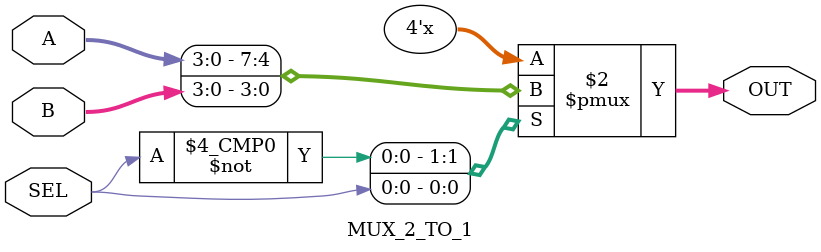
<source format=v>
module MUX_2_TO_1 (
  input            wire       [3:0]     A     ,
  input            wire       [3:0]     B     ,
  input            wire                 SEL   ,
  output           reg        [3:0]     OUT   
);

always @ (*)
begin
  case (SEL)
    1'b 0 :    OUT  =  A  ;
    1'b 1 :    OUT  =  B  ;
  endcase
end
endmodule 


</source>
